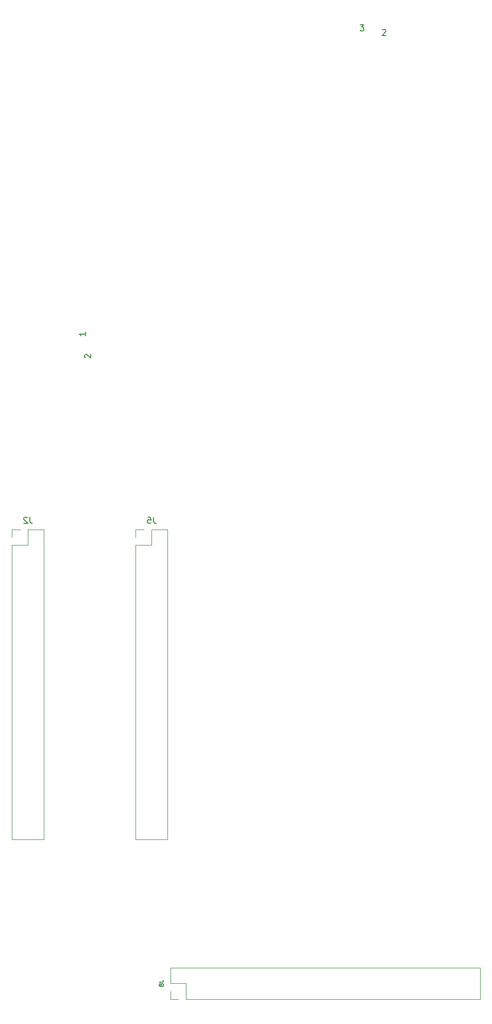
<source format=gbr>
G04 #@! TF.GenerationSoftware,KiCad,Pcbnew,(5.1.4)-1*
G04 #@! TF.CreationDate,2020-05-13T08:53:26-04:00*
G04 #@! TF.ProjectId,RPi_cape_proto,5250695f-6361-4706-955f-70726f746f2e,1.8*
G04 #@! TF.SameCoordinates,Original*
G04 #@! TF.FileFunction,Legend,Bot*
G04 #@! TF.FilePolarity,Positive*
%FSLAX45Y45*%
G04 Gerber Fmt 4.5, Leading zero omitted, Abs format (unit mm)*
G04 Created by KiCad (PCBNEW (5.1.4)-1) date 2020-05-13 08:53:26*
%MOMM*%
%LPD*%
G04 APERTURE LIST*
%ADD10C,0.120000*%
%ADD11C,0.150000*%
%ADD12C,0.160000*%
%ADD13C,2.402000*%
%ADD14O,1.802000X1.802000*%
%ADD15R,1.802000X1.802000*%
%ADD16C,1.652000*%
%ADD17C,1.460000*%
%ADD18R,1.460000X1.460000*%
%ADD19C,0.902000*%
%ADD20C,6.502000*%
%ADD21C,3.102000*%
%ADD22C,0.722000*%
G04 APERTURE END LIST*
D10*
X5182000Y-20542000D02*
X5049000Y-20542000D01*
X5049000Y-20542000D02*
X5049000Y-20675000D01*
X5309000Y-20542000D02*
X5309000Y-20802000D01*
X5309000Y-20802000D02*
X5049000Y-20802000D01*
X5049000Y-20802000D02*
X5049000Y-25634000D01*
X5569000Y-25634000D02*
X5049000Y-25634000D01*
X5569000Y-20542000D02*
X5569000Y-25634000D01*
X5569000Y-20542000D02*
X5309000Y-20542000D01*
X3150000Y-20542000D02*
X3017000Y-20542000D01*
X3017000Y-20542000D02*
X3017000Y-20675000D01*
X3277000Y-20542000D02*
X3277000Y-20802000D01*
X3277000Y-20802000D02*
X3017000Y-20802000D01*
X3017000Y-20802000D02*
X3017000Y-25634000D01*
X3537000Y-25634000D02*
X3017000Y-25634000D01*
X3537000Y-20542000D02*
X3537000Y-25634000D01*
X3537000Y-20542000D02*
X3277000Y-20542000D01*
X5617000Y-28125000D02*
X5617000Y-28258000D01*
X5617000Y-28258000D02*
X5750000Y-28258000D01*
X5617000Y-27998000D02*
X5877000Y-27998000D01*
X5877000Y-27998000D02*
X5877000Y-28258000D01*
X5877000Y-28258000D02*
X10709000Y-28258000D01*
X10709000Y-27738000D02*
X10709000Y-28258000D01*
X5617000Y-27738000D02*
X10709000Y-27738000D01*
X5617000Y-27738000D02*
X5617000Y-27998000D01*
D11*
X4219762Y-17723571D02*
X4215000Y-17718810D01*
X4210238Y-17709286D01*
X4210238Y-17685476D01*
X4215000Y-17675952D01*
X4219762Y-17671190D01*
X4229286Y-17666429D01*
X4238810Y-17666429D01*
X4253095Y-17671190D01*
X4310238Y-17728333D01*
X4310238Y-17666429D01*
X4220238Y-17306429D02*
X4220238Y-17363571D01*
X4220238Y-17335000D02*
X4120238Y-17335000D01*
X4134524Y-17344524D01*
X4144048Y-17354048D01*
X4148809Y-17363571D01*
X5342333Y-20343238D02*
X5342333Y-20414667D01*
X5347095Y-20428952D01*
X5356619Y-20438476D01*
X5370905Y-20443238D01*
X5380429Y-20443238D01*
X5247095Y-20343238D02*
X5294714Y-20343238D01*
X5299476Y-20390857D01*
X5294714Y-20386095D01*
X5285190Y-20381333D01*
X5261381Y-20381333D01*
X5251857Y-20386095D01*
X5247095Y-20390857D01*
X5242333Y-20400381D01*
X5242333Y-20424190D01*
X5247095Y-20433714D01*
X5251857Y-20438476D01*
X5261381Y-20443238D01*
X5285190Y-20443238D01*
X5294714Y-20438476D01*
X5299476Y-20433714D01*
X3310333Y-20343238D02*
X3310333Y-20414667D01*
X3315095Y-20428952D01*
X3324619Y-20438476D01*
X3338905Y-20443238D01*
X3348428Y-20443238D01*
X3267476Y-20352762D02*
X3262714Y-20348000D01*
X3253190Y-20343238D01*
X3229381Y-20343238D01*
X3219857Y-20348000D01*
X3215095Y-20352762D01*
X3210333Y-20362286D01*
X3210333Y-20371810D01*
X3215095Y-20386095D01*
X3272238Y-20443238D01*
X3210333Y-20443238D01*
X8736667Y-12255238D02*
X8798571Y-12255238D01*
X8765238Y-12293333D01*
X8779524Y-12293333D01*
X8789048Y-12298095D01*
X8793810Y-12302857D01*
X8798571Y-12312381D01*
X8798571Y-12336190D01*
X8793810Y-12345714D01*
X8789048Y-12350476D01*
X8779524Y-12355238D01*
X8750952Y-12355238D01*
X8741429Y-12350476D01*
X8736667Y-12345714D01*
X9101429Y-12344762D02*
X9106190Y-12340000D01*
X9115714Y-12335238D01*
X9139524Y-12335238D01*
X9149048Y-12340000D01*
X9153810Y-12344762D01*
X9158571Y-12354286D01*
X9158571Y-12363809D01*
X9153810Y-12378095D01*
X9096667Y-12435238D01*
X9158571Y-12435238D01*
D12*
X5434667Y-27974667D02*
X5484667Y-27974667D01*
X5494667Y-27971333D01*
X5501333Y-27964667D01*
X5504667Y-27954667D01*
X5504667Y-27948000D01*
X5464667Y-28018000D02*
X5461333Y-28011333D01*
X5458000Y-28008000D01*
X5451333Y-28004667D01*
X5448000Y-28004667D01*
X5441333Y-28008000D01*
X5438000Y-28011333D01*
X5434667Y-28018000D01*
X5434667Y-28031333D01*
X5438000Y-28038000D01*
X5441333Y-28041333D01*
X5448000Y-28044667D01*
X5451333Y-28044667D01*
X5458000Y-28041333D01*
X5461333Y-28038000D01*
X5464667Y-28031333D01*
X5464667Y-28018000D01*
X5468000Y-28011333D01*
X5471333Y-28008000D01*
X5478000Y-28004667D01*
X5491333Y-28004667D01*
X5498000Y-28008000D01*
X5501333Y-28011333D01*
X5504667Y-28018000D01*
X5504667Y-28031333D01*
X5501333Y-28038000D01*
X5498000Y-28041333D01*
X5491333Y-28044667D01*
X5478000Y-28044667D01*
X5471333Y-28041333D01*
X5468000Y-28038000D01*
X5464667Y-28031333D01*
%LPC*%
D13*
X4475000Y-17700000D03*
X3975000Y-17350000D03*
D14*
X5436000Y-25501000D03*
X5182000Y-25501000D03*
X5436000Y-25247000D03*
X5182000Y-25247000D03*
X5436000Y-24993000D03*
X5182000Y-24993000D03*
X5436000Y-24739000D03*
X5182000Y-24739000D03*
X5436000Y-24485000D03*
X5182000Y-24485000D03*
X5436000Y-24231000D03*
X5182000Y-24231000D03*
X5436000Y-23977000D03*
X5182000Y-23977000D03*
X5436000Y-23723000D03*
X5182000Y-23723000D03*
X5436000Y-23469000D03*
X5182000Y-23469000D03*
X5436000Y-23215000D03*
X5182000Y-23215000D03*
X5436000Y-22961000D03*
X5182000Y-22961000D03*
X5436000Y-22707000D03*
X5182000Y-22707000D03*
X5436000Y-22453000D03*
X5182000Y-22453000D03*
X5436000Y-22199000D03*
X5182000Y-22199000D03*
X5436000Y-21945000D03*
X5182000Y-21945000D03*
X5436000Y-21691000D03*
X5182000Y-21691000D03*
X5436000Y-21437000D03*
X5182000Y-21437000D03*
X5436000Y-21183000D03*
X5182000Y-21183000D03*
X5436000Y-20929000D03*
X5182000Y-20929000D03*
X5436000Y-20675000D03*
D15*
X5182000Y-20675000D03*
D14*
X3404000Y-25501000D03*
X3150000Y-25501000D03*
X3404000Y-25247000D03*
X3150000Y-25247000D03*
X3404000Y-24993000D03*
X3150000Y-24993000D03*
X3404000Y-24739000D03*
X3150000Y-24739000D03*
X3404000Y-24485000D03*
X3150000Y-24485000D03*
X3404000Y-24231000D03*
X3150000Y-24231000D03*
X3404000Y-23977000D03*
X3150000Y-23977000D03*
X3404000Y-23723000D03*
X3150000Y-23723000D03*
X3404000Y-23469000D03*
X3150000Y-23469000D03*
X3404000Y-23215000D03*
X3150000Y-23215000D03*
X3404000Y-22961000D03*
X3150000Y-22961000D03*
X3404000Y-22707000D03*
X3150000Y-22707000D03*
X3404000Y-22453000D03*
X3150000Y-22453000D03*
X3404000Y-22199000D03*
X3150000Y-22199000D03*
X3404000Y-21945000D03*
X3150000Y-21945000D03*
X3404000Y-21691000D03*
X3150000Y-21691000D03*
X3404000Y-21437000D03*
X3150000Y-21437000D03*
X3404000Y-21183000D03*
X3150000Y-21183000D03*
X3404000Y-20929000D03*
X3150000Y-20929000D03*
X3404000Y-20675000D03*
D15*
X3150000Y-20675000D03*
D16*
X11335000Y-26545000D03*
D17*
X12110000Y-26471000D03*
X11983000Y-26725000D03*
X11856000Y-26471000D03*
X11729000Y-26725000D03*
X11602000Y-26471000D03*
D18*
X11475000Y-26725000D03*
D13*
X8425000Y-12600000D03*
X8775000Y-12100000D03*
X9125000Y-12600000D03*
X9475000Y-12100000D03*
X12050000Y-22975000D03*
X12550000Y-23325000D03*
X12050000Y-20500000D03*
X12550000Y-20850000D03*
X12050000Y-18000000D03*
X12550000Y-18350000D03*
X12050000Y-15500000D03*
X12550000Y-15850000D03*
X5225000Y-12350000D03*
X5575000Y-11850000D03*
X4350000Y-27275000D03*
X4000000Y-27775000D03*
X6550000Y-12250000D03*
X6900000Y-11750000D03*
X4475000Y-18650000D03*
X3975000Y-18300000D03*
D19*
X3444706Y-11405294D03*
X3275000Y-11335000D03*
X3105294Y-11405294D03*
X3035000Y-11575000D03*
X3105294Y-11744706D03*
X3275000Y-11815000D03*
X3444706Y-11744706D03*
X3515000Y-11575000D03*
D20*
X3275000Y-11575000D03*
D19*
X12994706Y-11405294D03*
X12825000Y-11335000D03*
X12655294Y-11405294D03*
X12585000Y-11575000D03*
X12655294Y-11744706D03*
X12825000Y-11815000D03*
X12994706Y-11744706D03*
X13065000Y-11575000D03*
D20*
X12825000Y-11575000D03*
D19*
X3444706Y-27755294D03*
X3275000Y-27685000D03*
X3105294Y-27755294D03*
X3035000Y-27925000D03*
X3105294Y-28094706D03*
X3275000Y-28165000D03*
X3444706Y-28094706D03*
X3515000Y-27925000D03*
D20*
X3275000Y-27925000D03*
D19*
X12994706Y-26930294D03*
X12825000Y-26860000D03*
X12655294Y-26930294D03*
X12585000Y-27100000D03*
X12655294Y-27269706D03*
X12825000Y-27340000D03*
X12994706Y-27269706D03*
X13065000Y-27100000D03*
D20*
X12825000Y-27100000D03*
D14*
X12928000Y-24852000D03*
X12928000Y-25106000D03*
X12928000Y-25360000D03*
X12928000Y-25614000D03*
X12928000Y-25868000D03*
D15*
X12928000Y-26122000D03*
D14*
X10576000Y-27871000D03*
X10576000Y-28125000D03*
X10322000Y-27871000D03*
X10322000Y-28125000D03*
X10068000Y-27871000D03*
X10068000Y-28125000D03*
X9814000Y-27871000D03*
X9814000Y-28125000D03*
X9560000Y-27871000D03*
X9560000Y-28125000D03*
X9306000Y-27871000D03*
X9306000Y-28125000D03*
X9052000Y-27871000D03*
X9052000Y-28125000D03*
X8798000Y-27871000D03*
X8798000Y-28125000D03*
X8544000Y-27871000D03*
X8544000Y-28125000D03*
X8290000Y-27871000D03*
X8290000Y-28125000D03*
X8036000Y-27871000D03*
X8036000Y-28125000D03*
X7782000Y-27871000D03*
X7782000Y-28125000D03*
X7528000Y-27871000D03*
X7528000Y-28125000D03*
X7274000Y-27871000D03*
X7274000Y-28125000D03*
X7020000Y-27871000D03*
X7020000Y-28125000D03*
X6766000Y-27871000D03*
X6766000Y-28125000D03*
X6512000Y-27871000D03*
X6512000Y-28125000D03*
X6258000Y-27871000D03*
X6258000Y-28125000D03*
X6004000Y-27871000D03*
X6004000Y-28125000D03*
X5750000Y-27871000D03*
D15*
X5750000Y-28125000D03*
D21*
X11175000Y-22375000D03*
D19*
X3705000Y-19230000D03*
X3695000Y-19740000D03*
X7365000Y-18135000D03*
X7265000Y-17435000D03*
X6172789Y-17677501D03*
X6007501Y-17677501D03*
X5100000Y-16870000D03*
X9563000Y-15217000D03*
X3200000Y-12210000D03*
X4220000Y-13310000D03*
X4720000Y-14510000D03*
X4000000Y-14030000D03*
X4220000Y-13710000D03*
X3660000Y-12670000D03*
X4760000Y-12750000D03*
X4560000Y-12250000D03*
X6380000Y-13395000D03*
X5755000Y-13685000D03*
X7680000Y-13730000D03*
X11550000Y-24985000D03*
X11550000Y-25745000D03*
X3525000Y-15025000D03*
X6575000Y-15450000D03*
X3500000Y-15450000D03*
X6600000Y-15000000D03*
X4575000Y-27825000D03*
X7100000Y-22900000D03*
X4600000Y-15800000D03*
X10575000Y-14150000D03*
X9900000Y-14650000D03*
X9393999Y-16000000D03*
X10100000Y-15800000D03*
X9563000Y-17717000D03*
X9900000Y-17150000D03*
X9393999Y-18500000D03*
X10100000Y-18300000D03*
X9563000Y-20217000D03*
X9900000Y-19650000D03*
X9393999Y-21000000D03*
X10100000Y-20800000D03*
X9563000Y-22717000D03*
X9900000Y-22150000D03*
X9393999Y-23500000D03*
X10100000Y-23300000D03*
X10775000Y-16450000D03*
X10775000Y-18950000D03*
X10775000Y-21450000D03*
D22*
X4875000Y-15050000D03*
X4925000Y-15325000D03*
X5125000Y-15050000D03*
D19*
X5898503Y-17692612D03*
D22*
X7700000Y-18545700D03*
X7100000Y-18545700D03*
X7152805Y-19372195D03*
X8065002Y-18275000D03*
X6825000Y-18850000D03*
X8000000Y-19025000D03*
D19*
X12895000Y-14345000D03*
X12895000Y-14165000D03*
X11340000Y-13285000D03*
X11425000Y-13370000D03*
X10700000Y-15825000D03*
X10725000Y-16025000D03*
X12895000Y-16845000D03*
X12895000Y-16665000D03*
X10700000Y-18325000D03*
X10725000Y-18525000D03*
X12895000Y-19345000D03*
X12895000Y-19165000D03*
X10700000Y-20825000D03*
X10725000Y-21025000D03*
X12895000Y-21845000D03*
X12895000Y-21665000D03*
X10700000Y-23325000D03*
X10725000Y-23525000D03*
X10625000Y-13250000D03*
X4120000Y-13630000D03*
X3920000Y-12630000D03*
X5715000Y-13965000D03*
D22*
X7050000Y-18925000D03*
X7268750Y-19081250D03*
X7475000Y-18775000D03*
D19*
X9290000Y-15510000D03*
X9290000Y-18010000D03*
X9290000Y-20510000D03*
X9290000Y-23010000D03*
X4925000Y-18725000D03*
X6125000Y-17535000D03*
X5940000Y-16880500D03*
D21*
X11175000Y-19875000D03*
X11175000Y-17375000D03*
X11175000Y-14875000D03*
D19*
X5115000Y-15890000D03*
X10400000Y-14075000D03*
X8500000Y-15575000D03*
D22*
X7175000Y-20075000D03*
D19*
X6875000Y-14250000D03*
X6250000Y-18800000D03*
X4050000Y-20750000D03*
X11095000Y-11980000D03*
X10200000Y-24550000D03*
X7850000Y-16275000D03*
X9271497Y-25075000D03*
X7700000Y-16775000D03*
X8650000Y-27675000D03*
X11715000Y-24790000D03*
X9250000Y-27000000D03*
X8425000Y-27250000D03*
X3400000Y-16675000D03*
D22*
X3550000Y-15750000D03*
X3650000Y-15750000D03*
X3750000Y-15750000D03*
D19*
X6975000Y-15600000D03*
X8825000Y-27500000D03*
X4000000Y-14250000D03*
X9325000Y-27575000D03*
X9225000Y-27475000D03*
X9675000Y-27600000D03*
X6300000Y-15750000D03*
X8500000Y-27606000D03*
X6375000Y-15675000D03*
X8350000Y-27606000D03*
X6300000Y-15600000D03*
X8175000Y-27225000D03*
X8225000Y-27606000D03*
X3650000Y-20175000D03*
X3950000Y-20125000D03*
X3400000Y-16175000D03*
X5325000Y-19450000D03*
M02*

</source>
